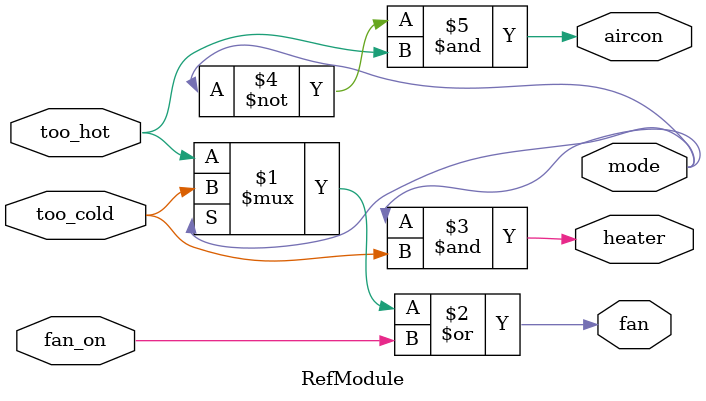
<source format=sv>

module RefModule (
  output mode,
  input too_cold,
  input too_hot,
  input fan_on,
  output heater,
  output aircon,
  output fan
);

  assign fan = (mode ? too_cold : too_hot) | fan_on;
  assign heater = (mode & too_cold);
  assign aircon = (~mode & too_hot);

endmodule


</source>
